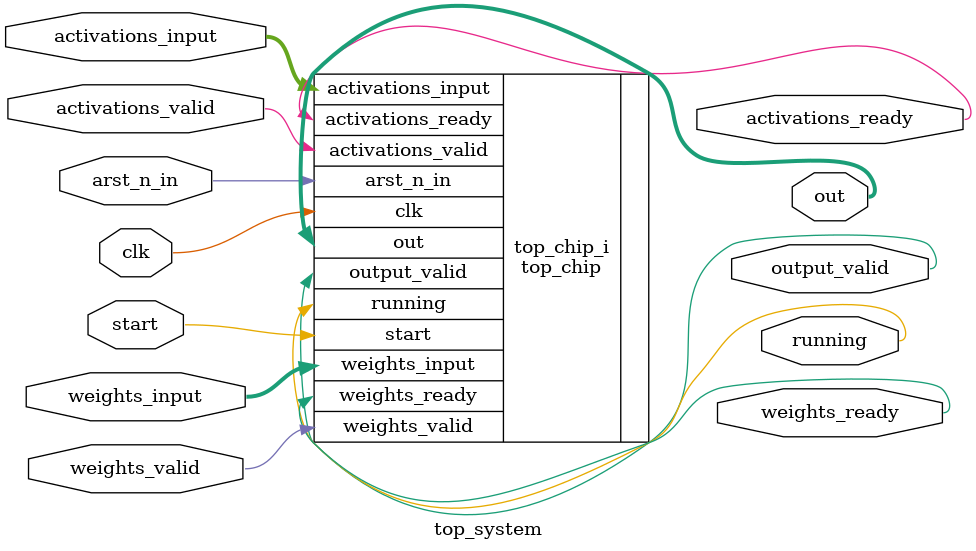
<source format=sv>
module top_system #(
    parameter int IO_DATA_WIDTH = 8,
    parameter int ACCUMULATION_WIDTH = 32,
    parameter int FEATURE_MAP_WIDTH = 1024,
    parameter int FEATURE_MAP_HEIGHT = 1024,
    parameter int INPUT_NB_CHANNELS = 64,
    parameter int OUTPUT_NB_CHANNELS = 64,
    parameter int KERNEL_SIZE = 3,
    parameter int MEM_BW = 128,
    parameter int ADDR_WIDTH_ACT = 11,
    parameter int ADDR_WIDTH_WEIGHTS = 9
  ) (input logic clk,
     input logic arst_n_in,  //asynchronous reset, active low

     //system inputs and outputs
     input logic [MEM_BW-1:0] activations_input,
     input logic activations_valid,
     output logic activations_ready,
     input logic [MEM_BW-1:0] weights_input,
     input logic weights_valid,
     output logic weights_ready,

     //output
     output logic [MEM_BW-1:0] out,
     output logic output_valid,

     input logic start,
     output logic running
    );

  top_chip #(
  .IO_DATA_WIDTH(IO_DATA_WIDTH),
  .ACCUMULATION_WIDTH(ACCUMULATION_WIDTH),
  .FEATURE_MAP_WIDTH(FEATURE_MAP_WIDTH),
  .FEATURE_MAP_HEIGHT(FEATURE_MAP_HEIGHT),
  .INPUT_NB_CHANNELS(INPUT_NB_CHANNELS),
  .OUTPUT_NB_CHANNELS(OUTPUT_NB_CHANNELS),
  .KERNEL_SIZE(KERNEL_SIZE),
  .MEM_BW            (MEM_BW),
  .ADDR_WIDTH_ACT    (ADDR_WIDTH_ACT),
  .ADDR_WIDTH_WEIGHTS(ADDR_WIDTH_WEIGHTS)
  ) top_chip_i
   (
    .clk(clk),
    .arst_n_in(arst_n_in),

    .activations_input(activations_input),
    .activations_valid(activations_valid),
    .activations_ready(activations_ready),
    .weights_input(weights_input),
    .weights_valid(weights_valid),
    .weights_ready(weights_ready),

    .out(out),
    .output_valid(output_valid),

    .start(start),
    .running(running)
  );
endmodule

</source>
